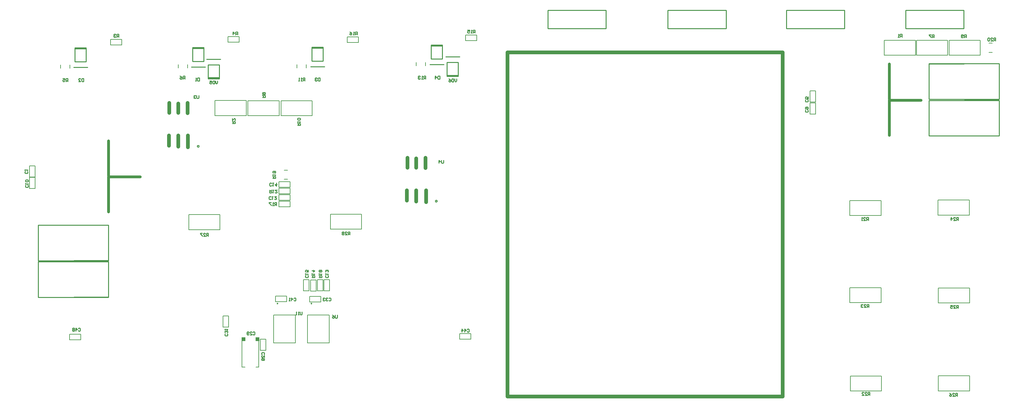
<source format=gbr>
%TF.GenerationSoftware,Altium Limited,Altium Designer,24.3.1 (35)*%
G04 Layer_Color=32896*
%FSLAX45Y45*%
%MOMM*%
%TF.SameCoordinates,844131A9-2E1B-4A61-BE1F-69DE975881E6*%
%TF.FilePolarity,Positive*%
%TF.FileFunction,Legend,Bot*%
%TF.Part,Single*%
G01*
G75*
%TA.AperFunction,NonConductor*%
%ADD60C,1.00000*%
%ADD61C,0.76200*%
%ADD62C,0.25000*%
%ADD63C,0.20000*%
%ADD64C,0.25400*%
%ADD68R,3.04800X0.38100*%
%ADD69R,1.00000X1.00000*%
%ADD70R,1.00000X1.00000*%
D60*
X11023600Y6108700D02*
Y6426200D01*
X10756900Y6121400D02*
Y6426200D01*
X10502900Y6146800D02*
Y6426200D01*
X10515600Y7048500D02*
Y7315200D01*
X10756900Y7048500D02*
Y7302500D01*
X11010900Y7035800D02*
Y7315200D01*
X4521200Y8534400D02*
Y8813800D01*
X4267200Y8547100D02*
Y8801100D01*
X4025900Y8547100D02*
Y8813800D01*
X4013200Y7645400D02*
Y7924800D01*
X4267200Y7620000D02*
Y7924800D01*
X4533900Y7607300D02*
Y7924800D01*
X13246497Y801001D02*
X20746500D01*
X13246497Y10201004D02*
X20746500D01*
X13246497Y801001D02*
Y10201004D01*
X20746500Y801001D02*
Y10201004D01*
D61*
X2362200Y5842000D02*
Y6799580D01*
X3225800D01*
X2362200Y6832600D02*
Y7785100D01*
X23647400Y8928100D02*
Y9880600D01*
Y8895080D02*
X24511000D01*
X23647400Y7937500D02*
Y8895080D01*
D62*
X7911900Y3340200D02*
G03*
X7911900Y3340200I-12500J0D01*
G01*
X6984800Y3339100D02*
G03*
X6984800Y3339100I-12500J0D01*
G01*
D63*
X8414200Y5370300D02*
X9266700D01*
X8414200Y5375300D02*
Y5780300D01*
X9266700Y5370300D02*
Y5780300D01*
X8414200D02*
X9266700D01*
X4553400Y5357600D02*
X5405900D01*
X4553400Y5362600D02*
Y5767600D01*
X5405900Y5357600D02*
Y5767600D01*
X4553400D02*
X5405900D01*
X7158945Y6733000D02*
X7253585D01*
X7158945Y6983000D02*
X7253585D01*
X7010400Y6311900D02*
X7315200D01*
Y6159500D02*
Y6311900D01*
X7010400Y6159500D02*
Y6311900D01*
Y6159500D02*
X7315200D01*
X7010400Y6337300D02*
X7315200D01*
X7010400D02*
Y6489700D01*
X7315200Y6337300D02*
Y6489700D01*
X7010400D02*
X7315200D01*
X7010400Y6667500D02*
X7315200D01*
Y6515100D02*
Y6667500D01*
X7010400Y6515100D02*
Y6667500D01*
Y6515100D02*
X7315200D01*
X7010400Y5981700D02*
X7315200D01*
X7010400D02*
Y6134100D01*
X7315200Y5981700D02*
Y6134100D01*
X7010400D02*
X7315200D01*
X7835900Y3683000D02*
Y3987800D01*
X7683500Y3683000D02*
X7835900D01*
X7683500Y3987800D02*
X7835900D01*
X7683500Y3683000D02*
Y3987800D01*
X7792400Y2262700D02*
Y3022700D01*
Y2262700D02*
X8387400D01*
Y3022700D01*
X7792400D02*
X8387400D01*
X7848600Y3530600D02*
X8153400D01*
Y3378200D02*
Y3530600D01*
X7848600Y3378200D02*
Y3530600D01*
Y3378200D02*
X8153400D01*
X7874016Y3681400D02*
Y3986200D01*
X8026416D01*
X7874016Y3681400D02*
X8026416D01*
Y3986200D01*
X6865300Y3021600D02*
X7460300D01*
Y2261600D02*
Y3021600D01*
X6865300Y2261600D02*
X7460300D01*
X6865300D02*
Y3021600D01*
X8064500Y3683000D02*
Y3987800D01*
X8216900D01*
X8064500Y3683000D02*
X8216900D01*
Y3987800D01*
X8242300Y3683000D02*
Y3987800D01*
X8394700D01*
X8242300Y3683000D02*
X8394700D01*
Y3987800D01*
X6921500Y3390900D02*
X7226300D01*
X6921500D02*
Y3543300D01*
X7226300Y3390900D02*
Y3543300D01*
X6921500D02*
X7226300D01*
X5486400Y2692400D02*
Y2997200D01*
X5638800D01*
X5486400Y2692400D02*
X5638800D01*
Y2997200D01*
X6654800Y2057400D02*
Y2362200D01*
X6502400Y2057400D02*
X6654800D01*
X6502400Y2362200D02*
X6654800D01*
X6502400Y2057400D02*
Y2362200D01*
X26368680Y10200100D02*
X26463321D01*
X26368680Y10450100D02*
X26463321D01*
X368300Y6477000D02*
Y6781800D01*
X215900Y6477000D02*
X368300D01*
X215900Y6781800D02*
X368300D01*
X215900Y6477000D02*
Y6781800D01*
Y6794500D02*
Y7099300D01*
X368300D01*
X215900Y6794500D02*
X368300D01*
Y7099300D01*
X25279800Y10530100D02*
X26132300D01*
Y10120100D02*
Y10530100D01*
X25279800Y10125100D02*
Y10530100D01*
Y10120100D02*
X26132300D01*
X24390800D02*
X25243300D01*
X24390800Y10125100D02*
Y10530100D01*
X25243300Y10120100D02*
Y10530100D01*
X24390800D02*
X25243300D01*
X23514500Y10120100D02*
X24367000D01*
X23514500Y10125100D02*
Y10530100D01*
X24367000Y10120100D02*
Y10530100D01*
X23514500D02*
X24367000D01*
X8877300Y10464800D02*
X9182100D01*
X8877300D02*
Y10617200D01*
X9182100Y10464800D02*
Y10617200D01*
X8877300D02*
X9182100D01*
X11938000Y2514600D02*
X12242800D01*
Y2362200D02*
Y2514600D01*
X11938000Y2362200D02*
Y2514600D01*
Y2362200D02*
X12242800D01*
X1308100Y2501900D02*
X1612900D01*
Y2349500D02*
Y2501900D01*
X1308100Y2349500D02*
Y2501900D01*
Y2349500D02*
X1612900D01*
X5626100Y10477500D02*
X5930900D01*
X5626100D02*
Y10629900D01*
X5930900Y10477500D02*
Y10629900D01*
X5626100D02*
X5930900D01*
X2425700Y10401300D02*
X2730500D01*
X2425700D02*
Y10553700D01*
X2730500Y10401300D02*
Y10553700D01*
X2425700D02*
X2730500D01*
X7507700Y9769780D02*
Y9864420D01*
X7757700Y9769780D02*
Y9864420D01*
X21640800Y8509000D02*
Y8813800D01*
X21488400Y8509000D02*
X21640800D01*
X21488400Y8813800D02*
X21640800D01*
X21488400Y8509000D02*
Y8813800D01*
Y8839200D02*
Y9144000D01*
X21640800D01*
X21488400Y8839200D02*
X21640800D01*
Y9144000D01*
X6166300Y8879100D02*
X7018800D01*
Y8469100D02*
Y8879100D01*
X6166300Y8474100D02*
Y8879100D01*
Y8469100D02*
X7018800D01*
X5267300Y8883600D02*
X6119800D01*
Y8473600D02*
Y8883600D01*
X5267300Y8478600D02*
Y8883600D01*
Y8473600D02*
X6119800D01*
X4269200Y9769780D02*
Y9864420D01*
X4519200Y9769780D02*
Y9864420D01*
X1062450Y9763430D02*
Y9858070D01*
X1312450Y9763430D02*
Y9858070D01*
X7068000Y8469100D02*
X7920500D01*
X7068000Y8474100D02*
Y8879100D01*
X7920500Y8469100D02*
Y8879100D01*
X7068000D02*
X7920500D01*
X11008900Y9833280D02*
Y9927920D01*
X10758900Y9833280D02*
Y9927920D01*
X12103100Y10668000D02*
X12407900D01*
Y10515600D02*
Y10668000D01*
X12103100Y10515600D02*
Y10668000D01*
Y10515600D02*
X12407900D01*
X6465700Y1603500D02*
Y2333500D01*
X6385700D02*
X6465700D01*
X6005700Y1603500D02*
Y2333500D01*
X6385700Y1603500D02*
X6465700D01*
X6005700Y2333500D02*
X6085700D01*
X6005700Y1603500D02*
X6085700D01*
X24990401Y955200D02*
X25842899D01*
X24990401Y960200D02*
Y1365200D01*
X25842899Y955200D02*
Y1365200D01*
X24990401D02*
X25842899D01*
X24977699Y5755800D02*
X25830200D01*
X24977699Y5760800D02*
Y6165800D01*
X25830200Y5755800D02*
Y6165800D01*
X24977699D02*
X25830200D01*
X24990401Y3355500D02*
X25842899D01*
X24990401Y3360500D02*
Y3765500D01*
X25842899Y3355500D02*
Y3765500D01*
X24990401D02*
X25842899D01*
X22587399Y950700D02*
X23439900D01*
X22587399Y955700D02*
Y1360700D01*
X23439900Y950700D02*
Y1360700D01*
X22587399D02*
X23439900D01*
X22574699Y3363700D02*
X23427200D01*
X22574699Y3368700D02*
Y3773700D01*
X23427200Y3363700D02*
Y3773700D01*
X22574699D02*
X23427200D01*
X22577400Y5743100D02*
X23429900D01*
X22577400Y5748100D02*
Y6153100D01*
X23429900Y5743100D02*
Y6153100D01*
X22577400D02*
X23429900D01*
D64*
X11328400Y6134100D02*
G03*
X11328400Y6134100I-25400J0D01*
G01*
X4838700Y7632700D02*
G03*
X4838700Y7632700I-25400J0D01*
G01*
X7912100Y9956800D02*
Y10337800D01*
X8216900Y9956800D02*
Y10337800D01*
X7912100D02*
X8216900D01*
X7912100Y9956800D02*
X8216900D01*
X7912100Y10312400D02*
X8216900D01*
X7874000Y9804400D02*
X8255000D01*
X5384800Y9479700D02*
Y9860700D01*
X5080000Y9479700D02*
Y9860700D01*
Y9479700D02*
X5384800D01*
X5080000Y9860700D02*
X5384800D01*
X5080000Y9505100D02*
X5384800D01*
X5041900Y10013100D02*
X5422900D01*
X11899900Y9543200D02*
Y9924200D01*
X11595100Y9543200D02*
Y9924200D01*
Y9543200D02*
X11899900D01*
X11595100Y9924200D02*
X11899900D01*
X11595100Y9568600D02*
X11899900D01*
X11557000Y10076600D02*
X11938000D01*
X11163300Y10020300D02*
Y10401300D01*
X11468100Y10020300D02*
Y10401300D01*
X11163300D02*
X11468100D01*
X11163300Y10020300D02*
X11468100D01*
X11163300Y10375900D02*
X11468100D01*
X11125200Y9867900D02*
X11506200D01*
X4660900Y9951300D02*
Y10332300D01*
X4965700Y9951300D02*
Y10332300D01*
X4660900D02*
X4965700D01*
X4660900Y9951300D02*
X4965700D01*
X4660900Y10306900D02*
X4965700D01*
X4622800Y9798900D02*
X5003800D01*
X1454150Y9944950D02*
Y10325950D01*
X1758950Y9944950D02*
Y10325950D01*
X1454150D02*
X1758950D01*
X1454150Y9944950D02*
X1758950D01*
X1454150Y10300550D02*
X1758950D01*
X1416050Y9792550D02*
X1797050D01*
X17616550Y10852350D02*
X19204050D01*
X17616550Y11347650D02*
X19204050D01*
Y10852350D02*
Y11347650D01*
X17616550Y10852350D02*
Y11347650D01*
X14341550Y10852350D02*
X15929050D01*
X14341550Y11347650D02*
X15929050D01*
Y10852350D02*
Y11347650D01*
X14341550Y10852350D02*
Y11347650D01*
X24095950Y10852350D02*
X25683450D01*
X24095950Y11347650D02*
X25683450D01*
Y10852350D02*
Y11347650D01*
X24095950Y10852350D02*
Y11347650D01*
X20845950Y10852350D02*
X22433450D01*
X20845950Y11347650D02*
X22433450D01*
Y10852350D02*
Y11347650D01*
X20845950Y10852350D02*
Y11347650D01*
X26650900Y8917400D02*
Y9888826D01*
X24733200Y8917400D02*
Y9888826D01*
X26650900D01*
X24733200Y8917400D02*
X26650900D01*
X24733200Y9882600D02*
X26638202Y9895051D01*
X26650900Y7917400D02*
Y8888826D01*
X24733200Y7917400D02*
Y8888826D01*
X26650900D01*
X24733200Y7917400D02*
X26650900D01*
X24733200Y8882600D02*
X26638202Y8895051D01*
X449100Y4511174D02*
Y5482600D01*
X2366800Y4511174D02*
Y5482600D01*
X449100Y4511174D02*
X2366800D01*
X449100Y5482600D02*
X2366800D01*
X461798Y4504949D02*
X2366800Y4517400D01*
X449100Y3511174D02*
Y4482600D01*
X2366800Y3511174D02*
Y4482600D01*
X449100Y3511174D02*
X2366800D01*
X449100Y4482600D02*
X2366800D01*
X461798Y3504949D02*
X2366800Y3517400D01*
X8945832Y5217813D02*
Y5297787D01*
X8905845D01*
X8892516Y5284458D01*
Y5257800D01*
X8905845Y5244471D01*
X8945832D01*
X8919174D02*
X8892516Y5217813D01*
X8812542D02*
X8865858D01*
X8812542Y5271129D01*
Y5284458D01*
X8825871Y5297787D01*
X8852529D01*
X8865858Y5284458D01*
X8785884D02*
X8772555Y5297787D01*
X8745897D01*
X8732568Y5284458D01*
Y5271129D01*
X8745897Y5257800D01*
X8732568Y5244471D01*
Y5231142D01*
X8745897Y5217813D01*
X8772555D01*
X8785884Y5231142D01*
Y5244471D01*
X8772555Y5257800D01*
X8785884Y5271129D01*
Y5284458D01*
X8772555Y5257800D02*
X8745897D01*
X5085032Y5179713D02*
Y5259687D01*
X5045045D01*
X5031716Y5246358D01*
Y5219700D01*
X5045045Y5206371D01*
X5085032D01*
X5058374D02*
X5031716Y5179713D01*
X4951742D02*
X5005058D01*
X4951742Y5233029D01*
Y5246358D01*
X4965071Y5259687D01*
X4991729D01*
X5005058Y5246358D01*
X4925084Y5259687D02*
X4871768D01*
Y5246358D01*
X4925084Y5193042D01*
Y5179713D01*
X25506631Y810913D02*
Y890887D01*
X25466644D01*
X25453316Y877558D01*
Y850900D01*
X25466644Y837571D01*
X25506631D01*
X25479974D02*
X25453316Y810913D01*
X25373341D02*
X25426659D01*
X25373341Y864229D01*
Y877558D01*
X25386671Y890887D01*
X25413329D01*
X25426659Y877558D01*
X25293369Y890887D02*
X25320026Y877558D01*
X25346684Y850900D01*
Y824242D01*
X25333356Y810913D01*
X25306697D01*
X25293369Y824242D01*
Y837571D01*
X25306697Y850900D01*
X25346684D01*
X25532031Y3211213D02*
Y3291187D01*
X25492046D01*
X25478716Y3277858D01*
Y3251200D01*
X25492046Y3237871D01*
X25532031D01*
X25505374D02*
X25478716Y3211213D01*
X25398743D02*
X25452058D01*
X25398743Y3264529D01*
Y3277858D01*
X25412071Y3291187D01*
X25438728D01*
X25452058Y3277858D01*
X25318768Y3291187D02*
X25372084D01*
Y3251200D01*
X25345425Y3264529D01*
X25332097D01*
X25318768Y3251200D01*
Y3224542D01*
X25332097Y3211213D01*
X25358755D01*
X25372084Y3224542D01*
X25532031Y5611513D02*
Y5691487D01*
X25492046D01*
X25478716Y5678158D01*
Y5651500D01*
X25492046Y5638171D01*
X25532031D01*
X25505374D02*
X25478716Y5611513D01*
X25398743D02*
X25452058D01*
X25398743Y5664829D01*
Y5678158D01*
X25412071Y5691487D01*
X25438728D01*
X25452058Y5678158D01*
X25332097Y5611513D02*
Y5691487D01*
X25372084Y5651500D01*
X25318768D01*
X23093633Y3236613D02*
Y3316587D01*
X23053645D01*
X23040315Y3303258D01*
Y3276600D01*
X23053645Y3263271D01*
X23093633D01*
X23066974D02*
X23040315Y3236613D01*
X22960342D02*
X23013658D01*
X22960342Y3289929D01*
Y3303258D01*
X22973671Y3316587D01*
X23000330D01*
X23013658Y3303258D01*
X22933684D02*
X22920355Y3316587D01*
X22893697D01*
X22880368Y3303258D01*
Y3289929D01*
X22893697Y3276600D01*
X22907027D01*
X22893697D01*
X22880368Y3263271D01*
Y3249942D01*
X22893697Y3236613D01*
X22920355D01*
X22933684Y3249942D01*
X23119032Y836313D02*
Y916287D01*
X23079045D01*
X23065717Y902958D01*
Y876300D01*
X23079045Y862971D01*
X23119032D01*
X23092374D02*
X23065717Y836313D01*
X22985742D02*
X23039058D01*
X22985742Y889629D01*
Y902958D01*
X22999071Y916287D01*
X23025729D01*
X23039058Y902958D01*
X22905768Y836313D02*
X22959084D01*
X22905768Y889629D01*
Y902958D01*
X22919096Y916287D01*
X22945755D01*
X22959084Y902958D01*
X23080302Y5611513D02*
Y5691487D01*
X23040315D01*
X23026987Y5678158D01*
Y5651500D01*
X23040315Y5638171D01*
X23080302D01*
X23053645D02*
X23026987Y5611513D01*
X22947012D02*
X23000330D01*
X22947012Y5664829D01*
Y5678158D01*
X22960342Y5691487D01*
X22987000D01*
X23000330Y5678158D01*
X22920355Y5611513D02*
X22893697D01*
X22907027D01*
Y5691487D01*
X22920355Y5678158D01*
X11854132Y9476087D02*
Y9422771D01*
X11827474Y9396113D01*
X11800816Y9422771D01*
Y9476087D01*
X11774158D02*
Y9396113D01*
X11734171D01*
X11720842Y9409442D01*
Y9462758D01*
X11734171Y9476087D01*
X11774158D01*
X11640868D02*
X11667526Y9462758D01*
X11694184Y9436100D01*
Y9409442D01*
X11680855Y9396113D01*
X11654197D01*
X11640868Y9409442D01*
Y9422771D01*
X11654197Y9436100D01*
X11694184D01*
X5339032Y9418087D02*
Y9364771D01*
X5312374Y9338113D01*
X5285716Y9364771D01*
Y9418087D01*
X5259058D02*
Y9338113D01*
X5219071D01*
X5205742Y9351442D01*
Y9404758D01*
X5219071Y9418087D01*
X5259058D01*
X5125768D02*
X5179084D01*
Y9378100D01*
X5152426Y9391429D01*
X5139097D01*
X5125768Y9378100D01*
Y9351442D01*
X5139097Y9338113D01*
X5165755D01*
X5179084Y9351442D01*
X7643139Y3113387D02*
Y3046742D01*
X7629809Y3033413D01*
X7603151D01*
X7589823Y3046742D01*
Y3113387D01*
X7563164Y3033413D02*
X7536506D01*
X7549835D01*
Y3113387D01*
X7563164Y3100058D01*
X7496519Y3033413D02*
X7469861D01*
X7483190D01*
Y3113387D01*
X7496519Y3100058D01*
X8601045Y3024487D02*
Y2957842D01*
X8587716Y2944513D01*
X8561058D01*
X8547729Y2957842D01*
Y3024487D01*
X8467755D02*
X8494413Y3011158D01*
X8521071Y2984500D01*
Y2957842D01*
X8507742Y2944513D01*
X8481084D01*
X8467755Y2957842D01*
Y2971171D01*
X8481084Y2984500D01*
X8521071D01*
X11496645Y7253587D02*
Y7186942D01*
X11483316Y7173613D01*
X11456658D01*
X11443329Y7186942D01*
Y7253587D01*
X11376684Y7173613D02*
Y7253587D01*
X11416671Y7213600D01*
X11363355D01*
X4826000Y9020774D02*
Y8954129D01*
X4812671Y8940800D01*
X4786013D01*
X4772684Y8954129D01*
Y9020774D01*
X4746026Y9007445D02*
X4732697Y9020774D01*
X4706039D01*
X4692710Y9007445D01*
Y8994116D01*
X4706039Y8980787D01*
X4719368D01*
X4706039D01*
X4692710Y8967458D01*
Y8954129D01*
X4706039Y8940800D01*
X4732697D01*
X4746026Y8954129D01*
X26548032Y10513713D02*
Y10593687D01*
X26508044D01*
X26494717Y10580358D01*
Y10553700D01*
X26508044Y10540371D01*
X26548032D01*
X26521375D02*
X26494717Y10513713D01*
X26414743D02*
X26468057D01*
X26414743Y10567029D01*
Y10580358D01*
X26428070Y10593687D01*
X26454730D01*
X26468057Y10580358D01*
X26388083D02*
X26374756Y10593687D01*
X26348096D01*
X26334769Y10580358D01*
Y10527042D01*
X26348096Y10513713D01*
X26374756D01*
X26388083Y10527042D01*
Y10580358D01*
X6843413Y6758032D02*
X6923387D01*
Y6798019D01*
X6910058Y6811348D01*
X6883400D01*
X6870071Y6798019D01*
Y6758032D01*
Y6784690D02*
X6843413Y6811348D01*
Y6838006D02*
Y6864664D01*
Y6851336D01*
X6923387D01*
X6910058Y6838006D01*
X6856742Y6904652D02*
X6843413Y6917981D01*
Y6944639D01*
X6856742Y6957968D01*
X6910058D01*
X6923387Y6944639D01*
Y6917981D01*
X6910058Y6904652D01*
X6896729D01*
X6883400Y6917981D01*
Y6957968D01*
X8100713Y4052932D02*
X8180687D01*
Y4092919D01*
X8167358Y4106248D01*
X8140700D01*
X8127371Y4092919D01*
Y4052932D01*
Y4079590D02*
X8100713Y4106248D01*
Y4132906D02*
Y4159564D01*
Y4146235D01*
X8180687D01*
X8167358Y4132906D01*
Y4199551D02*
X8180687Y4212881D01*
Y4239539D01*
X8167358Y4252868D01*
X8154029D01*
X8140700Y4239539D01*
X8127371Y4252868D01*
X8114042D01*
X8100713Y4239539D01*
Y4212881D01*
X8114042Y4199551D01*
X8127371D01*
X8140700Y4212881D01*
X8154029Y4199551D01*
X8167358D01*
X8140700Y4212881D02*
Y4239539D01*
X6945268Y6017913D02*
Y6097887D01*
X6905281D01*
X6891952Y6084558D01*
Y6057900D01*
X6905281Y6044571D01*
X6945268D01*
X6918610D02*
X6891952Y6017913D01*
X6865294D02*
X6838636D01*
X6851964D01*
Y6097887D01*
X6865294Y6084558D01*
X6798648Y6097887D02*
X6745332D01*
Y6084558D01*
X6798648Y6031242D01*
Y6017913D01*
X9142368Y10678813D02*
Y10758787D01*
X9102381D01*
X9089052Y10745458D01*
Y10718800D01*
X9102381Y10705471D01*
X9142368D01*
X9115710D02*
X9089052Y10678813D01*
X9062394D02*
X9035736D01*
X9049064D01*
Y10758787D01*
X9062394Y10745458D01*
X8942432Y10758787D02*
X8969090Y10745458D01*
X8995748Y10718800D01*
Y10692142D01*
X8982419Y10678813D01*
X8955761D01*
X8942432Y10692142D01*
Y10705471D01*
X8955761Y10718800D01*
X8995748D01*
X12355468Y10729613D02*
Y10809587D01*
X12315481D01*
X12302152Y10796258D01*
Y10769600D01*
X12315481Y10756271D01*
X12355468D01*
X12328810D02*
X12302152Y10729613D01*
X12275494D02*
X12248836D01*
X12262164D01*
Y10809587D01*
X12275494Y10796258D01*
X12155532Y10809587D02*
X12208848D01*
Y10769600D01*
X12182190Y10782929D01*
X12168861D01*
X12155532Y10769600D01*
Y10742942D01*
X12168861Y10729613D01*
X12195519D01*
X12208848Y10742942D01*
X7910213Y4052932D02*
X7990187D01*
Y4092919D01*
X7976858Y4106248D01*
X7950200D01*
X7936871Y4092919D01*
Y4052932D01*
Y4079590D02*
X7910213Y4106248D01*
Y4132906D02*
Y4159564D01*
Y4146235D01*
X7990187D01*
X7976858Y4132906D01*
X7910213Y4239539D02*
X7990187D01*
X7950200Y4199551D01*
Y4252868D01*
X11009268Y9472313D02*
Y9552287D01*
X10969281D01*
X10955952Y9538958D01*
Y9512300D01*
X10969281Y9498971D01*
X11009268D01*
X10982610D02*
X10955952Y9472313D01*
X10929294D02*
X10902636D01*
X10915964D01*
Y9552287D01*
X10929294Y9538958D01*
X10862648D02*
X10849319Y9552287D01*
X10822661D01*
X10809332Y9538958D01*
Y9525629D01*
X10822661Y9512300D01*
X10835990D01*
X10822661D01*
X10809332Y9498971D01*
Y9485642D01*
X10822661Y9472313D01*
X10849319D01*
X10862648Y9485642D01*
X6758032Y6440787D02*
Y6360813D01*
X6798019D01*
X6811348Y6374142D01*
Y6400800D01*
X6798019Y6414129D01*
X6758032D01*
X6784690D02*
X6811348Y6440787D01*
X6838006D02*
X6864664D01*
X6851336D01*
Y6360813D01*
X6838006Y6374142D01*
X6957968Y6440787D02*
X6904652D01*
X6957968Y6387471D01*
Y6374142D01*
X6944639Y6360813D01*
X6917981D01*
X6904652Y6374142D01*
X7719339Y9421513D02*
Y9501487D01*
X7679351D01*
X7666023Y9488158D01*
Y9461500D01*
X7679351Y9448171D01*
X7719339D01*
X7692681D02*
X7666023Y9421513D01*
X7639364D02*
X7612706D01*
X7626035D01*
Y9501487D01*
X7639364Y9488158D01*
X7572719Y9421513D02*
X7546061D01*
X7559390D01*
Y9501487D01*
X7572719Y9488158D01*
X7516513Y8205832D02*
X7596487D01*
Y8245819D01*
X7583158Y8259148D01*
X7556500D01*
X7543171Y8245819D01*
Y8205832D01*
Y8232490D02*
X7516513Y8259148D01*
Y8285806D02*
Y8312464D01*
Y8299136D01*
X7596487D01*
X7583158Y8285806D01*
Y8352452D02*
X7596487Y8365781D01*
Y8392439D01*
X7583158Y8405768D01*
X7529842D01*
X7516513Y8392439D01*
Y8365781D01*
X7529842Y8352452D01*
X7583158D01*
X25746045Y10602613D02*
Y10682587D01*
X25706058D01*
X25692728Y10669258D01*
Y10642600D01*
X25706058Y10629271D01*
X25746045D01*
X25719388D02*
X25692728Y10602613D01*
X25666071Y10615942D02*
X25652740Y10602613D01*
X25626083D01*
X25612756Y10615942D01*
Y10669258D01*
X25626083Y10682587D01*
X25652740D01*
X25666071Y10669258D01*
Y10655929D01*
X25652740Y10642600D01*
X25612756D01*
X6561313Y8971255D02*
X6641287D01*
Y9011242D01*
X6627958Y9024571D01*
X6601300D01*
X6587971Y9011242D01*
Y8971255D01*
Y8997913D02*
X6561313Y9024571D01*
X6627958Y9051229D02*
X6641287Y9064558D01*
Y9091216D01*
X6627958Y9104545D01*
X6614629D01*
X6601300Y9091216D01*
X6587971Y9104545D01*
X6574642D01*
X6561313Y9091216D01*
Y9064558D01*
X6574642Y9051229D01*
X6587971D01*
X6601300Y9064558D01*
X6614629Y9051229D01*
X6627958D01*
X6601300Y9064558D02*
Y9091216D01*
X24869745Y10602613D02*
Y10682587D01*
X24829758D01*
X24816429Y10669258D01*
Y10642600D01*
X24829758Y10629271D01*
X24869745D01*
X24843086D02*
X24816429Y10602613D01*
X24789771Y10682587D02*
X24736455D01*
Y10669258D01*
X24789771Y10615942D01*
Y10602613D01*
X4448145Y9472313D02*
Y9552287D01*
X4408158D01*
X4394829Y9538958D01*
Y9512300D01*
X4408158Y9498971D01*
X4448145D01*
X4421487D02*
X4394829Y9472313D01*
X4314855Y9552287D02*
X4341513Y9538958D01*
X4368171Y9512300D01*
Y9485642D01*
X4354842Y9472313D01*
X4328184D01*
X4314855Y9485642D01*
Y9498971D01*
X4328184Y9512300D01*
X4368171D01*
X1254095Y9402463D02*
Y9482437D01*
X1214108D01*
X1200779Y9469108D01*
Y9442450D01*
X1214108Y9429121D01*
X1254095D01*
X1227437D02*
X1200779Y9402463D01*
X1120805Y9482437D02*
X1174121D01*
Y9442450D01*
X1147463Y9455779D01*
X1134134D01*
X1120805Y9442450D01*
Y9415792D01*
X1134134Y9402463D01*
X1160792D01*
X1174121Y9415792D01*
X5883245Y10678813D02*
Y10758787D01*
X5843258D01*
X5829929Y10745458D01*
Y10718800D01*
X5843258Y10705471D01*
X5883245D01*
X5856587D02*
X5829929Y10678813D01*
X5763284D02*
Y10758787D01*
X5803271Y10718800D01*
X5749955D01*
X2644745Y10615313D02*
Y10695287D01*
X2604758D01*
X2591429Y10681958D01*
Y10655300D01*
X2604758Y10641971D01*
X2644745D01*
X2618087D02*
X2591429Y10615313D01*
X2564771Y10681958D02*
X2551442Y10695287D01*
X2524784D01*
X2511455Y10681958D01*
Y10668629D01*
X2524784Y10655300D01*
X2538113D01*
X2524784D01*
X2511455Y10641971D01*
Y10628642D01*
X2524784Y10615313D01*
X2551442D01*
X2564771Y10628642D01*
X5741213Y8256355D02*
X5821187D01*
Y8296342D01*
X5807858Y8309671D01*
X5781200D01*
X5767871Y8296342D01*
Y8256355D01*
Y8283013D02*
X5741213Y8309671D01*
Y8389645D02*
Y8336329D01*
X5794529Y8389645D01*
X5807858D01*
X5821187Y8376316D01*
Y8349658D01*
X5807858Y8336329D01*
X23992816Y10615313D02*
Y10695287D01*
X23952829D01*
X23939500Y10681958D01*
Y10655300D01*
X23952829Y10641971D01*
X23992816D01*
X23966158D02*
X23939500Y10615313D01*
X23912842D02*
X23886185D01*
X23899513D01*
Y10695287D01*
X23912842Y10681958D01*
X11395045Y9552287D02*
Y9472313D01*
X11355058D01*
X11341729Y9485642D01*
Y9538958D01*
X11355058Y9552287D01*
X11395045D01*
X11275084Y9472313D02*
Y9552287D01*
X11315071Y9512300D01*
X11261755D01*
X8131145Y9501487D02*
Y9421513D01*
X8091158D01*
X8077829Y9434842D01*
Y9488158D01*
X8091158Y9501487D01*
X8131145D01*
X8051171Y9488158D02*
X8037842Y9501487D01*
X8011184D01*
X7997855Y9488158D01*
Y9474829D01*
X8011184Y9461500D01*
X8024513D01*
X8011184D01*
X7997855Y9448171D01*
Y9434842D01*
X8011184Y9421513D01*
X8037842D01*
X8051171Y9434842D01*
X1685895Y9482437D02*
Y9402463D01*
X1645908D01*
X1632579Y9415792D01*
Y9469108D01*
X1645908Y9482437D01*
X1685895D01*
X1552605Y9402463D02*
X1605921D01*
X1552605Y9455779D01*
Y9469108D01*
X1565934Y9482437D01*
X1592592D01*
X1605921Y9469108D01*
X4841216Y9501487D02*
Y9421513D01*
X4801229D01*
X4787900Y9434842D01*
Y9488158D01*
X4801229Y9501487D01*
X4841216D01*
X4761242Y9421513D02*
X4734584D01*
X4747913D01*
Y9501487D01*
X4761242Y9488158D01*
X1544344Y2654905D02*
X1557673Y2668234D01*
X1584331D01*
X1597660Y2654905D01*
Y2601589D01*
X1584331Y2588260D01*
X1557673D01*
X1544344Y2601589D01*
X1477699Y2588260D02*
Y2668234D01*
X1517686Y2628247D01*
X1464370D01*
X1437712Y2654905D02*
X1424382Y2668234D01*
X1397724D01*
X1384396Y2654905D01*
Y2641576D01*
X1397724Y2628247D01*
X1384396Y2614918D01*
Y2601589D01*
X1397724Y2588260D01*
X1424382D01*
X1437712Y2601589D01*
Y2614918D01*
X1424382Y2628247D01*
X1437712Y2641576D01*
Y2654905D01*
X1424382Y2628247D02*
X1397724D01*
X12143716Y2630158D02*
X12157045Y2643487D01*
X12183703D01*
X12197032Y2630158D01*
Y2576842D01*
X12183703Y2563513D01*
X12157045D01*
X12143716Y2576842D01*
X12077071Y2563513D02*
Y2643487D01*
X12117058Y2603500D01*
X12063742D01*
X11997097Y2563513D02*
Y2643487D01*
X12037084Y2603500D01*
X11983768D01*
X7420287Y3481075D02*
X7433616Y3494403D01*
X7460274D01*
X7473603Y3481075D01*
Y3427758D01*
X7460274Y3414429D01*
X7433616D01*
X7420287Y3427758D01*
X7353642Y3414429D02*
Y3494403D01*
X7393629Y3454417D01*
X7340313D01*
X7313655Y3414429D02*
X7286997D01*
X7300326D01*
Y3494403D01*
X7313655Y3481075D01*
X8371816Y3481058D02*
X8385145Y3494387D01*
X8411803D01*
X8425132Y3481058D01*
Y3427742D01*
X8411803Y3414413D01*
X8385145D01*
X8371816Y3427742D01*
X8345158Y3481058D02*
X8331829Y3494387D01*
X8305171D01*
X8291842Y3481058D01*
Y3467729D01*
X8305171Y3454400D01*
X8318500D01*
X8305171D01*
X8291842Y3441071D01*
Y3427742D01*
X8305171Y3414413D01*
X8331829D01*
X8345158Y3427742D01*
X8265184Y3481058D02*
X8251855Y3494387D01*
X8225197D01*
X8211868Y3481058D01*
Y3467729D01*
X8225197Y3454400D01*
X8238526D01*
X8225197D01*
X8211868Y3441071D01*
Y3427742D01*
X8225197Y3414413D01*
X8251855D01*
X8265184Y3427742D01*
X5601958Y2512713D02*
X5615287Y2499384D01*
Y2472726D01*
X5601958Y2459397D01*
X5548642D01*
X5535313Y2472726D01*
Y2499384D01*
X5548642Y2512713D01*
X5601958Y2539371D02*
X5615287Y2552700D01*
Y2579358D01*
X5601958Y2592687D01*
X5588629D01*
X5575300Y2579358D01*
Y2566029D01*
Y2579358D01*
X5561971Y2592687D01*
X5548642D01*
X5535313Y2579358D01*
Y2552700D01*
X5548642Y2539371D01*
X5535313Y2619345D02*
Y2646003D01*
Y2632674D01*
X5615287D01*
X5601958Y2619345D01*
X6301716Y2553958D02*
X6315045Y2567287D01*
X6341703D01*
X6355032Y2553958D01*
Y2500642D01*
X6341703Y2487313D01*
X6315045D01*
X6301716Y2500642D01*
X6221742Y2487313D02*
X6275058D01*
X6221742Y2540629D01*
Y2553958D01*
X6235071Y2567287D01*
X6261729D01*
X6275058Y2553958D01*
X6195084Y2500642D02*
X6181755Y2487313D01*
X6155097D01*
X6141768Y2500642D01*
Y2553958D01*
X6155097Y2567287D01*
X6181755D01*
X6195084Y2553958D01*
Y2540629D01*
X6181755Y2527300D01*
X6141768D01*
X6551941Y1945616D02*
X6538613Y1958945D01*
Y1985603D01*
X6551941Y1998933D01*
X6605258D01*
X6618587Y1985603D01*
Y1958945D01*
X6605258Y1945616D01*
X6618587Y1865642D02*
Y1918958D01*
X6565271Y1865642D01*
X6551941D01*
X6538613Y1878971D01*
Y1905629D01*
X6551941Y1918958D01*
Y1838984D02*
X6538613Y1825655D01*
Y1798997D01*
X6551941Y1785668D01*
X6565271D01*
X6578599Y1798997D01*
X6591929Y1785668D01*
X6605258D01*
X6618587Y1798997D01*
Y1825655D01*
X6605258Y1838984D01*
X6591929D01*
X6578599Y1825655D01*
X6565271Y1838984D01*
X6551941D01*
X6578599Y1825655D02*
Y1798997D01*
X7799058Y4106248D02*
X7812387Y4092919D01*
Y4066261D01*
X7799058Y4052932D01*
X7745742D01*
X7732413Y4066261D01*
Y4092919D01*
X7745742Y4106248D01*
X7732413Y4132906D02*
Y4159564D01*
Y4146235D01*
X7812387D01*
X7799058Y4132906D01*
X7812387Y4252868D02*
Y4199551D01*
X7772400D01*
X7785729Y4226209D01*
Y4239539D01*
X7772400Y4252868D01*
X7745742D01*
X7732413Y4239539D01*
Y4212881D01*
X7745742Y4199551D01*
X6811348Y6564642D02*
X6798019Y6551313D01*
X6771361D01*
X6758032Y6564642D01*
Y6617958D01*
X6771361Y6631287D01*
X6798019D01*
X6811348Y6617958D01*
X6838006Y6631287D02*
X6864664D01*
X6851336D01*
Y6551313D01*
X6838006Y6564642D01*
X6944639Y6631287D02*
Y6551313D01*
X6904652Y6591300D01*
X6957968D01*
X8345158Y4106248D02*
X8358487Y4092919D01*
Y4066261D01*
X8345158Y4052932D01*
X8291842D01*
X8278513Y4066261D01*
Y4092919D01*
X8291842Y4106248D01*
X8278513Y4132906D02*
Y4159564D01*
Y4146235D01*
X8358487D01*
X8345158Y4132906D01*
Y4199551D02*
X8358487Y4212881D01*
Y4239539D01*
X8345158Y4252868D01*
X8331829D01*
X8318500Y4239539D01*
Y4226209D01*
Y4239539D01*
X8305171Y4252868D01*
X8291842D01*
X8278513Y4239539D01*
Y4212881D01*
X8291842Y4199551D01*
X6798648Y6196342D02*
X6785319Y6183013D01*
X6758661D01*
X6745332Y6196342D01*
Y6249658D01*
X6758661Y6262987D01*
X6785319D01*
X6798648Y6249658D01*
X6825306Y6262987D02*
X6851964D01*
X6838636D01*
Y6183013D01*
X6825306Y6196342D01*
X6945268Y6262987D02*
X6891952D01*
X6945268Y6209671D01*
Y6196342D01*
X6931939Y6183013D01*
X6905281D01*
X6891952Y6196342D01*
X166358Y6570048D02*
X179687Y6556719D01*
Y6530061D01*
X166358Y6516732D01*
X113042D01*
X99713Y6530061D01*
Y6556719D01*
X113042Y6570048D01*
X99713Y6596706D02*
Y6623364D01*
Y6610035D01*
X179687D01*
X166358Y6596706D01*
Y6663351D02*
X179687Y6676681D01*
Y6703339D01*
X166358Y6716668D01*
X113042D01*
X99713Y6703339D01*
Y6676681D01*
X113042Y6663351D01*
X166358D01*
X21426158Y8622671D02*
X21439487Y8609342D01*
Y8582684D01*
X21426158Y8569355D01*
X21372842D01*
X21359512Y8582684D01*
Y8609342D01*
X21372842Y8622671D01*
Y8649329D02*
X21359512Y8662658D01*
Y8689316D01*
X21372842Y8702645D01*
X21426158D01*
X21439487Y8689316D01*
Y8662658D01*
X21426158Y8649329D01*
X21412830D01*
X21399500Y8662658D01*
Y8702645D01*
X21426158Y8902071D02*
X21439487Y8888742D01*
Y8862084D01*
X21426158Y8848755D01*
X21372842D01*
X21359512Y8862084D01*
Y8888742D01*
X21372842Y8902071D01*
X21439487Y8982045D02*
Y8928729D01*
X21399500D01*
X21412830Y8955387D01*
Y8968716D01*
X21399500Y8982045D01*
X21372842D01*
X21359512Y8968716D01*
Y8942058D01*
X21372842Y8928729D01*
X153658Y6946900D02*
X166987Y6933571D01*
Y6906913D01*
X153658Y6893584D01*
X100342D01*
X87013Y6906913D01*
Y6933571D01*
X100342Y6946900D01*
X87013Y6973558D02*
Y7000216D01*
Y6986887D01*
X166987D01*
X153658Y6973558D01*
D68*
X8064500Y10318750D02*
D03*
X5232400Y9498750D02*
D03*
X11747500Y9562250D02*
D03*
X11315700Y10382250D02*
D03*
X4813300Y10313250D02*
D03*
X1606550Y10306900D02*
D03*
D69*
X6045700Y2368464D02*
D03*
D70*
X6425677Y2368441D02*
D03*
%TF.MD5,f1868a469afcb983d7cfa0d50764e5b5*%
M02*

</source>
